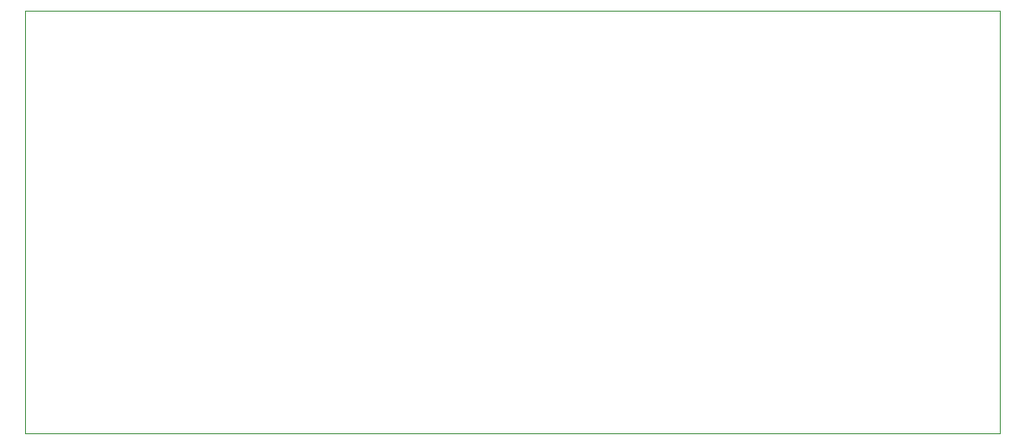
<source format=gbr>
G04 #@! TF.GenerationSoftware,KiCad,Pcbnew,8.0.6*
G04 #@! TF.CreationDate,2025-06-28T13:01:24+01:00*
G04 #@! TF.ProjectId,2x4,3278342e-6b69-4636-9164-5f7063625858,0.2*
G04 #@! TF.SameCoordinates,Original*
G04 #@! TF.FileFunction,Profile,NP*
%FSLAX46Y46*%
G04 Gerber Fmt 4.6, Leading zero omitted, Abs format (unit mm)*
G04 Created by KiCad (PCBNEW 8.0.6) date 2025-06-28 13:01:24*
%MOMM*%
%LPD*%
G01*
G04 APERTURE LIST*
G04 #@! TA.AperFunction,Profile*
%ADD10C,0.050000*%
G04 #@! TD*
G04 APERTURE END LIST*
D10*
X57983000Y-40958000D02*
X150185000Y-40958000D01*
X150185000Y-81032000D01*
X57983000Y-81032000D01*
X57983000Y-40958000D01*
M02*

</source>
